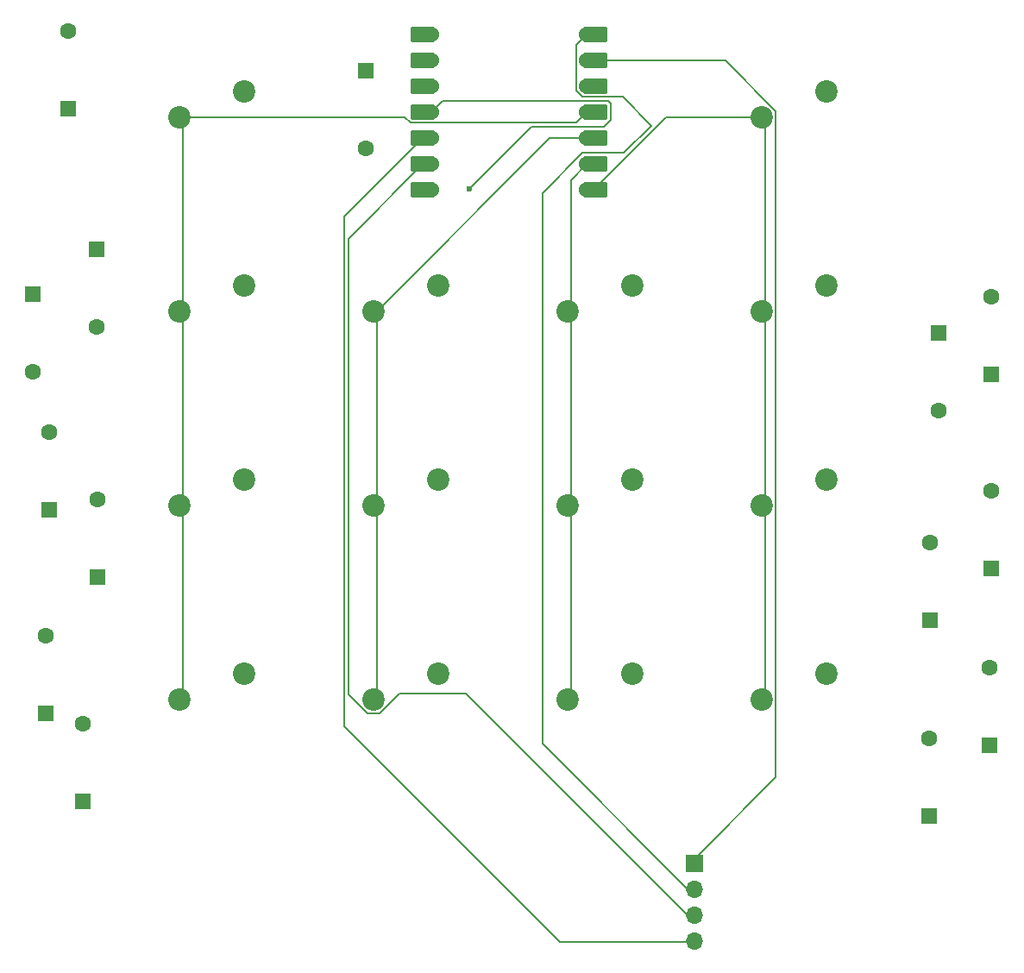
<source format=gtl>
%TF.GenerationSoftware,KiCad,Pcbnew,9.0.6*%
%TF.CreationDate,2025-12-02T12:20:49-05:00*%
%TF.ProjectId,TodoPad,546f646f-5061-4642-9e6b-696361645f70,rev?*%
%TF.SameCoordinates,Original*%
%TF.FileFunction,Copper,L1,Top*%
%TF.FilePolarity,Positive*%
%FSLAX46Y46*%
G04 Gerber Fmt 4.6, Leading zero omitted, Abs format (unit mm)*
G04 Created by KiCad (PCBNEW 9.0.6) date 2025-12-02 12:20:49*
%MOMM*%
%LPD*%
G01*
G04 APERTURE LIST*
G04 Aperture macros list*
%AMRoundRect*
0 Rectangle with rounded corners*
0 $1 Rounding radius*
0 $2 $3 $4 $5 $6 $7 $8 $9 X,Y pos of 4 corners*
0 Add a 4 corners polygon primitive as box body*
4,1,4,$2,$3,$4,$5,$6,$7,$8,$9,$2,$3,0*
0 Add four circle primitives for the rounded corners*
1,1,$1+$1,$2,$3*
1,1,$1+$1,$4,$5*
1,1,$1+$1,$6,$7*
1,1,$1+$1,$8,$9*
0 Add four rect primitives between the rounded corners*
20,1,$1+$1,$2,$3,$4,$5,0*
20,1,$1+$1,$4,$5,$6,$7,0*
20,1,$1+$1,$6,$7,$8,$9,0*
20,1,$1+$1,$8,$9,$2,$3,0*%
G04 Aperture macros list end*
%TA.AperFunction,ComponentPad*%
%ADD10RoundRect,0.250000X-0.550000X0.550000X-0.550000X-0.550000X0.550000X-0.550000X0.550000X0.550000X0*%
%TD*%
%TA.AperFunction,ComponentPad*%
%ADD11C,1.600000*%
%TD*%
%TA.AperFunction,ComponentPad*%
%ADD12C,2.200000*%
%TD*%
%TA.AperFunction,ComponentPad*%
%ADD13RoundRect,0.250000X0.550000X-0.550000X0.550000X0.550000X-0.550000X0.550000X-0.550000X-0.550000X0*%
%TD*%
%TA.AperFunction,SMDPad,CuDef*%
%ADD14RoundRect,0.152400X1.063600X0.609600X-1.063600X0.609600X-1.063600X-0.609600X1.063600X-0.609600X0*%
%TD*%
%TA.AperFunction,ComponentPad*%
%ADD15C,1.524000*%
%TD*%
%TA.AperFunction,SMDPad,CuDef*%
%ADD16RoundRect,0.152400X-1.063600X-0.609600X1.063600X-0.609600X1.063600X0.609600X-1.063600X0.609600X0*%
%TD*%
%TA.AperFunction,ComponentPad*%
%ADD17R,1.700000X1.700000*%
%TD*%
%TA.AperFunction,ComponentPad*%
%ADD18O,1.700000X1.700000*%
%TD*%
%TA.AperFunction,ViaPad*%
%ADD19C,0.600000*%
%TD*%
%TA.AperFunction,Conductor*%
%ADD20C,0.200000*%
%TD*%
G04 APERTURE END LIST*
D10*
%TO.P,D4,1,K*%
%TO.N,Row 1*%
X98700000Y-70280000D03*
D11*
%TO.P,D4,2,A*%
%TO.N,Net-(D4-A)*%
X98700000Y-77900000D03*
%TD*%
D12*
%TO.P,SW7,1,1*%
%TO.N,Net-(D3-A)*%
X151247500Y-92868750D03*
%TO.P,SW7,2,2*%
%TO.N,Col 2*%
X144897500Y-95408750D03*
%TD*%
%TO.P,SW9,1,1*%
%TO.N,Net-(D4-A)*%
X113147500Y-73818750D03*
%TO.P,SW9,2,2*%
%TO.N,Col 0*%
X106797500Y-76358750D03*
%TD*%
D13*
%TO.P,D12,1,K*%
%TO.N,Row 2*%
X180500000Y-106710000D03*
D11*
%TO.P,D12,2,A*%
%TO.N,Net-(D12-A)*%
X180500000Y-99090000D03*
%TD*%
D13*
%TO.P,D8,1,K*%
%TO.N,Row 3*%
X97300000Y-124510000D03*
D11*
%TO.P,D8,2,A*%
%TO.N,Net-(D8-A)*%
X97300000Y-116890000D03*
%TD*%
D12*
%TO.P,SW5,1,1*%
%TO.N,Net-(D1-A)*%
X113147500Y-92868750D03*
%TO.P,SW5,2,2*%
%TO.N,Col 0*%
X106797500Y-95408750D03*
%TD*%
%TO.P,SW4,1,1*%
%TO.N,Net-(D13-A)*%
X170297500Y-111918750D03*
%TO.P,SW4,2,2*%
%TO.N,Col 3*%
X163947500Y-114458750D03*
%TD*%
D10*
%TO.P,D10,1,K*%
%TO.N,Row 0*%
X125100000Y-52790000D03*
D11*
%TO.P,D10,2,A*%
%TO.N,Net-(D10-A)*%
X125100000Y-60410000D03*
%TD*%
D12*
%TO.P,SW2,1,1*%
%TO.N,Net-(D8-A)*%
X132197500Y-111918750D03*
%TO.P,SW2,2,2*%
%TO.N,Col 1*%
X125847500Y-114458750D03*
%TD*%
D10*
%TO.P,D6,1,K*%
%TO.N,Row 1*%
X181300000Y-78490000D03*
D11*
%TO.P,D6,2,A*%
%TO.N,Net-(D6-A)*%
X181300000Y-86110000D03*
%TD*%
D13*
%TO.P,D14,1,K*%
%TO.N,Row 1*%
X186500000Y-82550000D03*
D11*
%TO.P,D14,2,A*%
%TO.N,Net-(D14-A)*%
X186500000Y-74930000D03*
%TD*%
D12*
%TO.P,SW6,1,1*%
%TO.N,Net-(D2-A)*%
X132197500Y-92868750D03*
%TO.P,SW6,2,2*%
%TO.N,Col 1*%
X125847500Y-95408750D03*
%TD*%
D13*
%TO.P,D3,1,K*%
%TO.N,Row 2*%
X186500000Y-101600000D03*
D11*
%TO.P,D3,2,A*%
%TO.N,Net-(D3-A)*%
X186500000Y-93980000D03*
%TD*%
D13*
%TO.P,D1,1,K*%
%TO.N,Row 2*%
X98800000Y-102510000D03*
D11*
%TO.P,D1,2,A*%
%TO.N,Net-(D1-A)*%
X98800000Y-94890000D03*
%TD*%
D14*
%TO.P,U1,1,GPIO26/ADC0/A0*%
%TO.N,Row 0*%
X130727500Y-49212500D03*
D15*
X131562500Y-49212500D03*
D14*
%TO.P,U1,2,GPIO27/ADC1/A1*%
%TO.N,Row 1*%
X130727500Y-51752500D03*
D15*
X131562500Y-51752500D03*
D14*
%TO.P,U1,3,GPIO28/ADC2/A2*%
%TO.N,Row 2*%
X130727500Y-54292500D03*
D15*
X131562500Y-54292500D03*
D14*
%TO.P,U1,4,GPIO29/ADC3/A3*%
%TO.N,Row 3*%
X130727500Y-56832500D03*
D15*
X131562500Y-56832500D03*
D14*
%TO.P,U1,5,GPIO6/SDA*%
%TO.N,Net-(U1-GPIO6{slash}SDA)*%
X130727500Y-59372500D03*
D15*
X131562500Y-59372500D03*
D14*
%TO.P,U1,6,GPIO7/SCL*%
%TO.N,Net-(U1-GPIO7{slash}SCL)*%
X130727500Y-61912500D03*
D15*
X131562500Y-61912500D03*
D14*
%TO.P,U1,7,GPIO0/TX*%
%TO.N,unconnected-(U1-GPIO0{slash}TX-Pad7)*%
X130727500Y-64452500D03*
D15*
X131562500Y-64452500D03*
%TO.P,U1,8,GPIO1/RX*%
%TO.N,Col 3*%
X146802500Y-64452500D03*
D16*
X147637500Y-64452500D03*
D15*
%TO.P,U1,9,GPIO2/SCK*%
%TO.N,Col 2*%
X146802500Y-61912500D03*
D16*
X147637500Y-61912500D03*
D15*
%TO.P,U1,10,GPIO4/MISO*%
%TO.N,Col 1*%
X146802500Y-59372500D03*
D16*
X147637500Y-59372500D03*
D15*
%TO.P,U1,11,GPIO3/MOSI*%
%TO.N,Col 0*%
X146802500Y-56832500D03*
D16*
X147637500Y-56832500D03*
D15*
%TO.P,U1,12,3V3*%
%TO.N,unconnected-(U1-3V3-Pad12)*%
X146802500Y-54292500D03*
D16*
X147637500Y-54292500D03*
D15*
%TO.P,U1,13,GND*%
%TO.N,GND*%
X146802500Y-51752500D03*
D16*
X147637500Y-51752500D03*
D15*
%TO.P,U1,14,VBUS*%
%TO.N,+5V*%
X146802500Y-49212500D03*
D16*
X147637500Y-49212500D03*
%TD*%
D13*
%TO.P,D13,1,K*%
%TO.N,Row 3*%
X186300000Y-119010000D03*
D11*
%TO.P,D13,2,A*%
%TO.N,Net-(D13-A)*%
X186300000Y-111390000D03*
%TD*%
D12*
%TO.P,SW10,1,1*%
%TO.N,Net-(D5-A)*%
X132197500Y-73818750D03*
%TO.P,SW10,2,2*%
%TO.N,Col 1*%
X125847500Y-76358750D03*
%TD*%
%TO.P,SW12,1,1*%
%TO.N,Net-(D14-A)*%
X170297500Y-73818750D03*
%TO.P,SW12,2,2*%
%TO.N,Col 3*%
X163947500Y-76358750D03*
%TD*%
D13*
%TO.P,D9,1,K*%
%TO.N,Row 3*%
X180400000Y-125910000D03*
D11*
%TO.P,D9,2,A*%
%TO.N,Net-(D9-A)*%
X180400000Y-118290000D03*
%TD*%
D12*
%TO.P,SW1,1,1*%
%TO.N,Net-(D7-A)*%
X113147500Y-111918750D03*
%TO.P,SW1,2,2*%
%TO.N,Col 0*%
X106797500Y-114458750D03*
%TD*%
%TO.P,SW8,1,1*%
%TO.N,Net-(D12-A)*%
X170297500Y-92868750D03*
%TO.P,SW8,2,2*%
%TO.N,Col 3*%
X163947500Y-95408750D03*
%TD*%
%TO.P,SW14,1,1*%
%TO.N,Net-(D11-A)*%
X170297500Y-54768750D03*
%TO.P,SW14,2,2*%
%TO.N,Col 3*%
X163947500Y-57308750D03*
%TD*%
D13*
%TO.P,D11,1,K*%
%TO.N,Row 0*%
X95900000Y-56510000D03*
D11*
%TO.P,D11,2,A*%
%TO.N,Net-(D11-A)*%
X95900000Y-48890000D03*
%TD*%
D13*
%TO.P,D7,1,K*%
%TO.N,Row 3*%
X93700000Y-115810000D03*
D11*
%TO.P,D7,2,A*%
%TO.N,Net-(D7-A)*%
X93700000Y-108190000D03*
%TD*%
D12*
%TO.P,SW11,1,1*%
%TO.N,Net-(D6-A)*%
X151247500Y-73818750D03*
%TO.P,SW11,2,2*%
%TO.N,Col 2*%
X144897500Y-76358750D03*
%TD*%
D10*
%TO.P,D5,1,K*%
%TO.N,Row 1*%
X92400000Y-74690000D03*
D11*
%TO.P,D5,2,A*%
%TO.N,Net-(D5-A)*%
X92400000Y-82310000D03*
%TD*%
D12*
%TO.P,SW13,1,1*%
%TO.N,Net-(D10-A)*%
X113147500Y-54768750D03*
%TO.P,SW13,2,2*%
%TO.N,Col 0*%
X106797500Y-57308750D03*
%TD*%
D17*
%TO.P,U2,1,Gnd*%
%TO.N,GND*%
X157400000Y-130590000D03*
D18*
%TO.P,U2,2,VCC*%
%TO.N,+5V*%
X157400000Y-133130000D03*
%TO.P,U2,3,SCL*%
%TO.N,Net-(U1-GPIO7{slash}SCL)*%
X157400000Y-135670000D03*
%TO.P,U2,4,SDA*%
%TO.N,Net-(U1-GPIO6{slash}SDA)*%
X157400000Y-138210000D03*
%TD*%
D13*
%TO.P,D2,1,K*%
%TO.N,Row 2*%
X94000000Y-95910000D03*
D11*
%TO.P,D2,2,A*%
%TO.N,Net-(D2-A)*%
X94000000Y-88290000D03*
%TD*%
D12*
%TO.P,SW3,1,1*%
%TO.N,Net-(D9-A)*%
X151247500Y-111918750D03*
%TO.P,SW3,2,2*%
%TO.N,Col 2*%
X144897500Y-114458750D03*
%TD*%
D19*
%TO.N,Row 3*%
X135300000Y-64400000D03*
%TD*%
D20*
%TO.N,Row 3*%
X148492126Y-58296500D02*
X149154500Y-57634126D01*
X135300000Y-64400000D02*
X141403500Y-58296500D01*
X148893126Y-55769500D02*
X132625500Y-55769500D01*
X141403500Y-58296500D02*
X148492126Y-58296500D01*
X149154500Y-56030874D02*
X148893126Y-55769500D01*
X132625500Y-55769500D02*
X131562500Y-56832500D01*
X149154500Y-57634126D02*
X149154500Y-56030874D01*
%TO.N,Col 0*%
X128885124Y-57308750D02*
X129471874Y-57895500D01*
X107115000Y-57308750D02*
X128885124Y-57308750D01*
X107115000Y-57308750D02*
X107115000Y-76358750D01*
X129471874Y-57895500D02*
X145739500Y-57895500D01*
X107115000Y-95408750D02*
X107115000Y-114458750D01*
X107115000Y-76358750D02*
X107115000Y-95408750D01*
X145739500Y-57895500D02*
X146802500Y-56832500D01*
%TO.N,Col 1*%
X126165000Y-76358750D02*
X143151250Y-59372500D01*
X126165000Y-95408750D02*
X126165000Y-114458750D01*
X126165000Y-76358750D02*
X126165000Y-95408750D01*
X143151250Y-59372500D02*
X146802500Y-59372500D01*
%TO.N,Col 2*%
X145215000Y-95408750D02*
X145215000Y-114458750D01*
X145215000Y-76358750D02*
X145215000Y-63500000D01*
X145215000Y-63500000D02*
X146802500Y-61912500D01*
X145215000Y-76358750D02*
X145215000Y-95408750D01*
%TO.N,Col 3*%
X164265000Y-57308750D02*
X164265000Y-76358750D01*
X147416126Y-64452500D02*
X146802500Y-64452500D01*
X154559876Y-57308750D02*
X147416126Y-64452500D01*
X164265000Y-76358750D02*
X164265000Y-95408750D01*
X164265000Y-57308750D02*
X154559876Y-57308750D01*
X164265000Y-114458750D02*
X164265000Y-95408750D01*
%TO.N,+5V*%
X142426500Y-118845250D02*
X142426500Y-64785190D01*
X142426500Y-64785190D02*
X146362190Y-60849500D01*
X146362190Y-55355500D02*
X145739500Y-54732810D01*
X156797500Y-133216250D02*
X142426500Y-118845250D01*
X153150763Y-58150763D02*
X150355500Y-55355500D01*
X150355500Y-55355500D02*
X146362190Y-55355500D01*
X145739500Y-50275500D02*
X146802500Y-49212500D01*
X150452026Y-60849500D02*
X153150763Y-58150763D01*
X157313750Y-133216250D02*
X156797500Y-133216250D01*
X145739500Y-54732810D02*
X145739500Y-50275500D01*
X146362190Y-60849500D02*
X150452026Y-60849500D01*
X157400000Y-133130000D02*
X157313750Y-133216250D01*
%TO.N,Net-(U1-GPIO7{slash}SCL)*%
X128409128Y-113878436D02*
X126427814Y-115859750D01*
X134919686Y-113878436D02*
X128409128Y-113878436D01*
X157313750Y-135756250D02*
X156797500Y-135756250D01*
X126427814Y-115859750D02*
X125267186Y-115859750D01*
X125267186Y-115859750D02*
X123376500Y-113969064D01*
X156797500Y-135756250D02*
X134919686Y-113878436D01*
X123376500Y-113969064D02*
X123376500Y-69263500D01*
X157400000Y-135670000D02*
X157313750Y-135756250D01*
X123376500Y-69263500D02*
X130727500Y-61912500D01*
%TO.N,GND*%
X157600000Y-130390000D02*
X157400000Y-130590000D01*
X157600000Y-129873750D02*
X157600000Y-130390000D01*
X146802500Y-51752500D02*
X160372564Y-51752500D01*
X160372564Y-51752500D02*
X165348500Y-56728436D01*
X165348500Y-56728436D02*
X165348500Y-122125250D01*
X165348500Y-122125250D02*
X157600000Y-129873750D01*
%TO.N,Net-(U1-GPIO6{slash}SDA)*%
X157400000Y-138210000D02*
X157313750Y-138296250D01*
X130727500Y-59372500D02*
X131562500Y-59372500D01*
X122975500Y-67124500D02*
X130727500Y-59372500D01*
X157313750Y-138296250D02*
X144176530Y-138296250D01*
X122975500Y-117095220D02*
X122975500Y-67124500D01*
X144176530Y-138296250D02*
X122975500Y-117095220D01*
%TD*%
M02*

</source>
